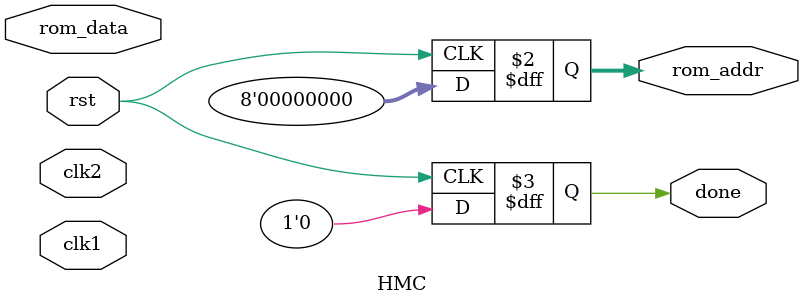
<source format=v>
module HMC (
    input               clk1,
    input               clk2,
    input               rst,
    input      [1023:0] rom_data,
    output reg [   7:0] rom_addr,
    output reg          done
);

always@(posedge rst)begin
  rom_addr<=8'd0;
  done<=1'b0;
end


endmodule

</source>
